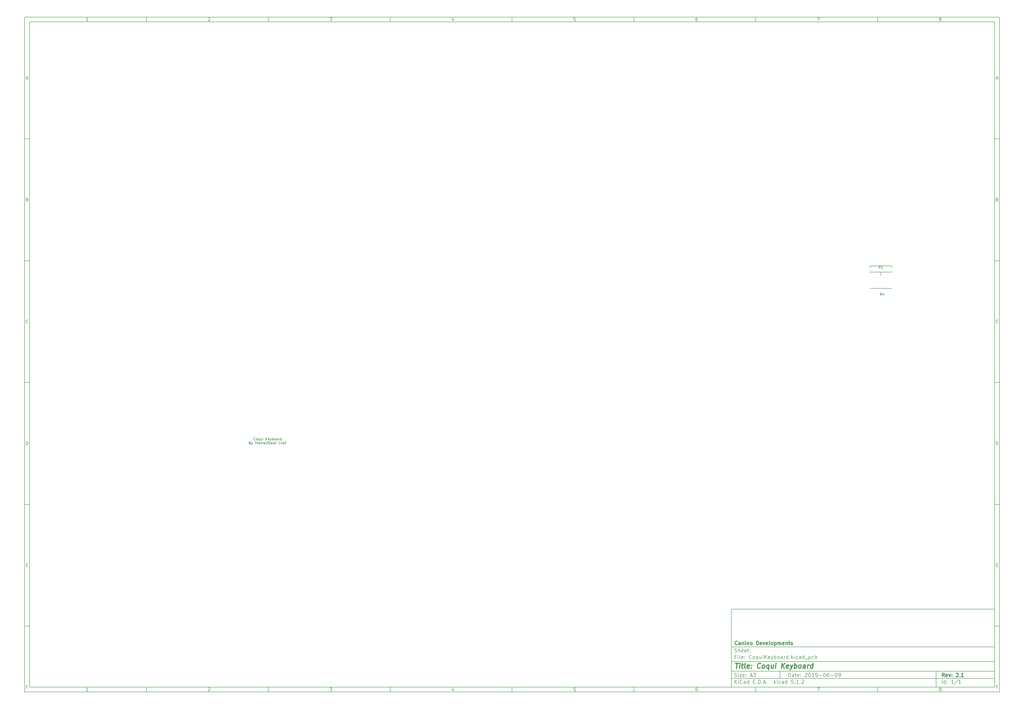
<source format=gto>
G04 #@! TF.GenerationSoftware,KiCad,Pcbnew,5.1.2*
G04 #@! TF.CreationDate,2019-06-12T21:28:34-04:00*
G04 #@! TF.ProjectId,CoquiKeyboard,436f7175-694b-4657-9962-6f6172642e6b,2.1*
G04 #@! TF.SameCoordinates,Original*
G04 #@! TF.FileFunction,Legend,Top*
G04 #@! TF.FilePolarity,Positive*
%FSLAX46Y46*%
G04 Gerber Fmt 4.6, Leading zero omitted, Abs format (unit mm)*
G04 Created by KiCad (PCBNEW 5.1.2) date 2019-06-12 21:28:34*
%MOMM*%
%LPD*%
G04 APERTURE LIST*
%ADD10C,0.100000*%
%ADD11C,0.150000*%
%ADD12C,0.300000*%
%ADD13C,0.400000*%
G04 APERTURE END LIST*
D10*
D11*
X299989000Y-253002200D02*
X299989000Y-285002200D01*
X407989000Y-285002200D01*
X407989000Y-253002200D01*
X299989000Y-253002200D01*
D10*
D11*
X10000000Y-10000000D02*
X10000000Y-287002200D01*
X409989000Y-287002200D01*
X409989000Y-10000000D01*
X10000000Y-10000000D01*
D10*
D11*
X12000000Y-12000000D02*
X12000000Y-285002200D01*
X407989000Y-285002200D01*
X407989000Y-12000000D01*
X12000000Y-12000000D01*
D10*
D11*
X60000000Y-12000000D02*
X60000000Y-10000000D01*
D10*
D11*
X110000000Y-12000000D02*
X110000000Y-10000000D01*
D10*
D11*
X160000000Y-12000000D02*
X160000000Y-10000000D01*
D10*
D11*
X210000000Y-12000000D02*
X210000000Y-10000000D01*
D10*
D11*
X260000000Y-12000000D02*
X260000000Y-10000000D01*
D10*
D11*
X310000000Y-12000000D02*
X310000000Y-10000000D01*
D10*
D11*
X360000000Y-12000000D02*
X360000000Y-10000000D01*
D10*
D11*
X36065476Y-11588095D02*
X35322619Y-11588095D01*
X35694047Y-11588095D02*
X35694047Y-10288095D01*
X35570238Y-10473809D01*
X35446428Y-10597619D01*
X35322619Y-10659523D01*
D10*
D11*
X85322619Y-10411904D02*
X85384523Y-10350000D01*
X85508333Y-10288095D01*
X85817857Y-10288095D01*
X85941666Y-10350000D01*
X86003571Y-10411904D01*
X86065476Y-10535714D01*
X86065476Y-10659523D01*
X86003571Y-10845238D01*
X85260714Y-11588095D01*
X86065476Y-11588095D01*
D10*
D11*
X135260714Y-10288095D02*
X136065476Y-10288095D01*
X135632142Y-10783333D01*
X135817857Y-10783333D01*
X135941666Y-10845238D01*
X136003571Y-10907142D01*
X136065476Y-11030952D01*
X136065476Y-11340476D01*
X136003571Y-11464285D01*
X135941666Y-11526190D01*
X135817857Y-11588095D01*
X135446428Y-11588095D01*
X135322619Y-11526190D01*
X135260714Y-11464285D01*
D10*
D11*
X185941666Y-10721428D02*
X185941666Y-11588095D01*
X185632142Y-10226190D02*
X185322619Y-11154761D01*
X186127380Y-11154761D01*
D10*
D11*
X236003571Y-10288095D02*
X235384523Y-10288095D01*
X235322619Y-10907142D01*
X235384523Y-10845238D01*
X235508333Y-10783333D01*
X235817857Y-10783333D01*
X235941666Y-10845238D01*
X236003571Y-10907142D01*
X236065476Y-11030952D01*
X236065476Y-11340476D01*
X236003571Y-11464285D01*
X235941666Y-11526190D01*
X235817857Y-11588095D01*
X235508333Y-11588095D01*
X235384523Y-11526190D01*
X235322619Y-11464285D01*
D10*
D11*
X285941666Y-10288095D02*
X285694047Y-10288095D01*
X285570238Y-10350000D01*
X285508333Y-10411904D01*
X285384523Y-10597619D01*
X285322619Y-10845238D01*
X285322619Y-11340476D01*
X285384523Y-11464285D01*
X285446428Y-11526190D01*
X285570238Y-11588095D01*
X285817857Y-11588095D01*
X285941666Y-11526190D01*
X286003571Y-11464285D01*
X286065476Y-11340476D01*
X286065476Y-11030952D01*
X286003571Y-10907142D01*
X285941666Y-10845238D01*
X285817857Y-10783333D01*
X285570238Y-10783333D01*
X285446428Y-10845238D01*
X285384523Y-10907142D01*
X285322619Y-11030952D01*
D10*
D11*
X335260714Y-10288095D02*
X336127380Y-10288095D01*
X335570238Y-11588095D01*
D10*
D11*
X385570238Y-10845238D02*
X385446428Y-10783333D01*
X385384523Y-10721428D01*
X385322619Y-10597619D01*
X385322619Y-10535714D01*
X385384523Y-10411904D01*
X385446428Y-10350000D01*
X385570238Y-10288095D01*
X385817857Y-10288095D01*
X385941666Y-10350000D01*
X386003571Y-10411904D01*
X386065476Y-10535714D01*
X386065476Y-10597619D01*
X386003571Y-10721428D01*
X385941666Y-10783333D01*
X385817857Y-10845238D01*
X385570238Y-10845238D01*
X385446428Y-10907142D01*
X385384523Y-10969047D01*
X385322619Y-11092857D01*
X385322619Y-11340476D01*
X385384523Y-11464285D01*
X385446428Y-11526190D01*
X385570238Y-11588095D01*
X385817857Y-11588095D01*
X385941666Y-11526190D01*
X386003571Y-11464285D01*
X386065476Y-11340476D01*
X386065476Y-11092857D01*
X386003571Y-10969047D01*
X385941666Y-10907142D01*
X385817857Y-10845238D01*
D10*
D11*
X60000000Y-285002200D02*
X60000000Y-287002200D01*
D10*
D11*
X110000000Y-285002200D02*
X110000000Y-287002200D01*
D10*
D11*
X160000000Y-285002200D02*
X160000000Y-287002200D01*
D10*
D11*
X210000000Y-285002200D02*
X210000000Y-287002200D01*
D10*
D11*
X260000000Y-285002200D02*
X260000000Y-287002200D01*
D10*
D11*
X310000000Y-285002200D02*
X310000000Y-287002200D01*
D10*
D11*
X360000000Y-285002200D02*
X360000000Y-287002200D01*
D10*
D11*
X36065476Y-286590295D02*
X35322619Y-286590295D01*
X35694047Y-286590295D02*
X35694047Y-285290295D01*
X35570238Y-285476009D01*
X35446428Y-285599819D01*
X35322619Y-285661723D01*
D10*
D11*
X85322619Y-285414104D02*
X85384523Y-285352200D01*
X85508333Y-285290295D01*
X85817857Y-285290295D01*
X85941666Y-285352200D01*
X86003571Y-285414104D01*
X86065476Y-285537914D01*
X86065476Y-285661723D01*
X86003571Y-285847438D01*
X85260714Y-286590295D01*
X86065476Y-286590295D01*
D10*
D11*
X135260714Y-285290295D02*
X136065476Y-285290295D01*
X135632142Y-285785533D01*
X135817857Y-285785533D01*
X135941666Y-285847438D01*
X136003571Y-285909342D01*
X136065476Y-286033152D01*
X136065476Y-286342676D01*
X136003571Y-286466485D01*
X135941666Y-286528390D01*
X135817857Y-286590295D01*
X135446428Y-286590295D01*
X135322619Y-286528390D01*
X135260714Y-286466485D01*
D10*
D11*
X185941666Y-285723628D02*
X185941666Y-286590295D01*
X185632142Y-285228390D02*
X185322619Y-286156961D01*
X186127380Y-286156961D01*
D10*
D11*
X236003571Y-285290295D02*
X235384523Y-285290295D01*
X235322619Y-285909342D01*
X235384523Y-285847438D01*
X235508333Y-285785533D01*
X235817857Y-285785533D01*
X235941666Y-285847438D01*
X236003571Y-285909342D01*
X236065476Y-286033152D01*
X236065476Y-286342676D01*
X236003571Y-286466485D01*
X235941666Y-286528390D01*
X235817857Y-286590295D01*
X235508333Y-286590295D01*
X235384523Y-286528390D01*
X235322619Y-286466485D01*
D10*
D11*
X285941666Y-285290295D02*
X285694047Y-285290295D01*
X285570238Y-285352200D01*
X285508333Y-285414104D01*
X285384523Y-285599819D01*
X285322619Y-285847438D01*
X285322619Y-286342676D01*
X285384523Y-286466485D01*
X285446428Y-286528390D01*
X285570238Y-286590295D01*
X285817857Y-286590295D01*
X285941666Y-286528390D01*
X286003571Y-286466485D01*
X286065476Y-286342676D01*
X286065476Y-286033152D01*
X286003571Y-285909342D01*
X285941666Y-285847438D01*
X285817857Y-285785533D01*
X285570238Y-285785533D01*
X285446428Y-285847438D01*
X285384523Y-285909342D01*
X285322619Y-286033152D01*
D10*
D11*
X335260714Y-285290295D02*
X336127380Y-285290295D01*
X335570238Y-286590295D01*
D10*
D11*
X385570238Y-285847438D02*
X385446428Y-285785533D01*
X385384523Y-285723628D01*
X385322619Y-285599819D01*
X385322619Y-285537914D01*
X385384523Y-285414104D01*
X385446428Y-285352200D01*
X385570238Y-285290295D01*
X385817857Y-285290295D01*
X385941666Y-285352200D01*
X386003571Y-285414104D01*
X386065476Y-285537914D01*
X386065476Y-285599819D01*
X386003571Y-285723628D01*
X385941666Y-285785533D01*
X385817857Y-285847438D01*
X385570238Y-285847438D01*
X385446428Y-285909342D01*
X385384523Y-285971247D01*
X385322619Y-286095057D01*
X385322619Y-286342676D01*
X385384523Y-286466485D01*
X385446428Y-286528390D01*
X385570238Y-286590295D01*
X385817857Y-286590295D01*
X385941666Y-286528390D01*
X386003571Y-286466485D01*
X386065476Y-286342676D01*
X386065476Y-286095057D01*
X386003571Y-285971247D01*
X385941666Y-285909342D01*
X385817857Y-285847438D01*
D10*
D11*
X10000000Y-60000000D02*
X12000000Y-60000000D01*
D10*
D11*
X10000000Y-110000000D02*
X12000000Y-110000000D01*
D10*
D11*
X10000000Y-160000000D02*
X12000000Y-160000000D01*
D10*
D11*
X10000000Y-210000000D02*
X12000000Y-210000000D01*
D10*
D11*
X10000000Y-260000000D02*
X12000000Y-260000000D01*
D10*
D11*
X10690476Y-35216666D02*
X11309523Y-35216666D01*
X10566666Y-35588095D02*
X11000000Y-34288095D01*
X11433333Y-35588095D01*
D10*
D11*
X11092857Y-84907142D02*
X11278571Y-84969047D01*
X11340476Y-85030952D01*
X11402380Y-85154761D01*
X11402380Y-85340476D01*
X11340476Y-85464285D01*
X11278571Y-85526190D01*
X11154761Y-85588095D01*
X10659523Y-85588095D01*
X10659523Y-84288095D01*
X11092857Y-84288095D01*
X11216666Y-84350000D01*
X11278571Y-84411904D01*
X11340476Y-84535714D01*
X11340476Y-84659523D01*
X11278571Y-84783333D01*
X11216666Y-84845238D01*
X11092857Y-84907142D01*
X10659523Y-84907142D01*
D10*
D11*
X11402380Y-135464285D02*
X11340476Y-135526190D01*
X11154761Y-135588095D01*
X11030952Y-135588095D01*
X10845238Y-135526190D01*
X10721428Y-135402380D01*
X10659523Y-135278571D01*
X10597619Y-135030952D01*
X10597619Y-134845238D01*
X10659523Y-134597619D01*
X10721428Y-134473809D01*
X10845238Y-134350000D01*
X11030952Y-134288095D01*
X11154761Y-134288095D01*
X11340476Y-134350000D01*
X11402380Y-134411904D01*
D10*
D11*
X10659523Y-185588095D02*
X10659523Y-184288095D01*
X10969047Y-184288095D01*
X11154761Y-184350000D01*
X11278571Y-184473809D01*
X11340476Y-184597619D01*
X11402380Y-184845238D01*
X11402380Y-185030952D01*
X11340476Y-185278571D01*
X11278571Y-185402380D01*
X11154761Y-185526190D01*
X10969047Y-185588095D01*
X10659523Y-185588095D01*
D10*
D11*
X10721428Y-234907142D02*
X11154761Y-234907142D01*
X11340476Y-235588095D02*
X10721428Y-235588095D01*
X10721428Y-234288095D01*
X11340476Y-234288095D01*
D10*
D11*
X11185714Y-284907142D02*
X10752380Y-284907142D01*
X10752380Y-285588095D02*
X10752380Y-284288095D01*
X11371428Y-284288095D01*
D10*
D11*
X409989000Y-60000000D02*
X407989000Y-60000000D01*
D10*
D11*
X409989000Y-110000000D02*
X407989000Y-110000000D01*
D10*
D11*
X409989000Y-160000000D02*
X407989000Y-160000000D01*
D10*
D11*
X409989000Y-210000000D02*
X407989000Y-210000000D01*
D10*
D11*
X409989000Y-260000000D02*
X407989000Y-260000000D01*
D10*
D11*
X408679476Y-35216666D02*
X409298523Y-35216666D01*
X408555666Y-35588095D02*
X408989000Y-34288095D01*
X409422333Y-35588095D01*
D10*
D11*
X409081857Y-84907142D02*
X409267571Y-84969047D01*
X409329476Y-85030952D01*
X409391380Y-85154761D01*
X409391380Y-85340476D01*
X409329476Y-85464285D01*
X409267571Y-85526190D01*
X409143761Y-85588095D01*
X408648523Y-85588095D01*
X408648523Y-84288095D01*
X409081857Y-84288095D01*
X409205666Y-84350000D01*
X409267571Y-84411904D01*
X409329476Y-84535714D01*
X409329476Y-84659523D01*
X409267571Y-84783333D01*
X409205666Y-84845238D01*
X409081857Y-84907142D01*
X408648523Y-84907142D01*
D10*
D11*
X409391380Y-135464285D02*
X409329476Y-135526190D01*
X409143761Y-135588095D01*
X409019952Y-135588095D01*
X408834238Y-135526190D01*
X408710428Y-135402380D01*
X408648523Y-135278571D01*
X408586619Y-135030952D01*
X408586619Y-134845238D01*
X408648523Y-134597619D01*
X408710428Y-134473809D01*
X408834238Y-134350000D01*
X409019952Y-134288095D01*
X409143761Y-134288095D01*
X409329476Y-134350000D01*
X409391380Y-134411904D01*
D10*
D11*
X408648523Y-185588095D02*
X408648523Y-184288095D01*
X408958047Y-184288095D01*
X409143761Y-184350000D01*
X409267571Y-184473809D01*
X409329476Y-184597619D01*
X409391380Y-184845238D01*
X409391380Y-185030952D01*
X409329476Y-185278571D01*
X409267571Y-185402380D01*
X409143761Y-185526190D01*
X408958047Y-185588095D01*
X408648523Y-185588095D01*
D10*
D11*
X408710428Y-234907142D02*
X409143761Y-234907142D01*
X409329476Y-235588095D02*
X408710428Y-235588095D01*
X408710428Y-234288095D01*
X409329476Y-234288095D01*
D10*
D11*
X409174714Y-284907142D02*
X408741380Y-284907142D01*
X408741380Y-285588095D02*
X408741380Y-284288095D01*
X409360428Y-284288095D01*
D10*
D11*
X323421142Y-280780771D02*
X323421142Y-279280771D01*
X323778285Y-279280771D01*
X323992571Y-279352200D01*
X324135428Y-279495057D01*
X324206857Y-279637914D01*
X324278285Y-279923628D01*
X324278285Y-280137914D01*
X324206857Y-280423628D01*
X324135428Y-280566485D01*
X323992571Y-280709342D01*
X323778285Y-280780771D01*
X323421142Y-280780771D01*
X325564000Y-280780771D02*
X325564000Y-279995057D01*
X325492571Y-279852200D01*
X325349714Y-279780771D01*
X325064000Y-279780771D01*
X324921142Y-279852200D01*
X325564000Y-280709342D02*
X325421142Y-280780771D01*
X325064000Y-280780771D01*
X324921142Y-280709342D01*
X324849714Y-280566485D01*
X324849714Y-280423628D01*
X324921142Y-280280771D01*
X325064000Y-280209342D01*
X325421142Y-280209342D01*
X325564000Y-280137914D01*
X326064000Y-279780771D02*
X326635428Y-279780771D01*
X326278285Y-279280771D02*
X326278285Y-280566485D01*
X326349714Y-280709342D01*
X326492571Y-280780771D01*
X326635428Y-280780771D01*
X327706857Y-280709342D02*
X327564000Y-280780771D01*
X327278285Y-280780771D01*
X327135428Y-280709342D01*
X327064000Y-280566485D01*
X327064000Y-279995057D01*
X327135428Y-279852200D01*
X327278285Y-279780771D01*
X327564000Y-279780771D01*
X327706857Y-279852200D01*
X327778285Y-279995057D01*
X327778285Y-280137914D01*
X327064000Y-280280771D01*
X328421142Y-280637914D02*
X328492571Y-280709342D01*
X328421142Y-280780771D01*
X328349714Y-280709342D01*
X328421142Y-280637914D01*
X328421142Y-280780771D01*
X328421142Y-279852200D02*
X328492571Y-279923628D01*
X328421142Y-279995057D01*
X328349714Y-279923628D01*
X328421142Y-279852200D01*
X328421142Y-279995057D01*
X330206857Y-279423628D02*
X330278285Y-279352200D01*
X330421142Y-279280771D01*
X330778285Y-279280771D01*
X330921142Y-279352200D01*
X330992571Y-279423628D01*
X331064000Y-279566485D01*
X331064000Y-279709342D01*
X330992571Y-279923628D01*
X330135428Y-280780771D01*
X331064000Y-280780771D01*
X331992571Y-279280771D02*
X332135428Y-279280771D01*
X332278285Y-279352200D01*
X332349714Y-279423628D01*
X332421142Y-279566485D01*
X332492571Y-279852200D01*
X332492571Y-280209342D01*
X332421142Y-280495057D01*
X332349714Y-280637914D01*
X332278285Y-280709342D01*
X332135428Y-280780771D01*
X331992571Y-280780771D01*
X331849714Y-280709342D01*
X331778285Y-280637914D01*
X331706857Y-280495057D01*
X331635428Y-280209342D01*
X331635428Y-279852200D01*
X331706857Y-279566485D01*
X331778285Y-279423628D01*
X331849714Y-279352200D01*
X331992571Y-279280771D01*
X333921142Y-280780771D02*
X333064000Y-280780771D01*
X333492571Y-280780771D02*
X333492571Y-279280771D01*
X333349714Y-279495057D01*
X333206857Y-279637914D01*
X333064000Y-279709342D01*
X334635428Y-280780771D02*
X334921142Y-280780771D01*
X335064000Y-280709342D01*
X335135428Y-280637914D01*
X335278285Y-280423628D01*
X335349714Y-280137914D01*
X335349714Y-279566485D01*
X335278285Y-279423628D01*
X335206857Y-279352200D01*
X335064000Y-279280771D01*
X334778285Y-279280771D01*
X334635428Y-279352200D01*
X334564000Y-279423628D01*
X334492571Y-279566485D01*
X334492571Y-279923628D01*
X334564000Y-280066485D01*
X334635428Y-280137914D01*
X334778285Y-280209342D01*
X335064000Y-280209342D01*
X335206857Y-280137914D01*
X335278285Y-280066485D01*
X335349714Y-279923628D01*
X335992571Y-280209342D02*
X337135428Y-280209342D01*
X338135428Y-279280771D02*
X338278285Y-279280771D01*
X338421142Y-279352200D01*
X338492571Y-279423628D01*
X338564000Y-279566485D01*
X338635428Y-279852200D01*
X338635428Y-280209342D01*
X338564000Y-280495057D01*
X338492571Y-280637914D01*
X338421142Y-280709342D01*
X338278285Y-280780771D01*
X338135428Y-280780771D01*
X337992571Y-280709342D01*
X337921142Y-280637914D01*
X337849714Y-280495057D01*
X337778285Y-280209342D01*
X337778285Y-279852200D01*
X337849714Y-279566485D01*
X337921142Y-279423628D01*
X337992571Y-279352200D01*
X338135428Y-279280771D01*
X339921142Y-279280771D02*
X339635428Y-279280771D01*
X339492571Y-279352200D01*
X339421142Y-279423628D01*
X339278285Y-279637914D01*
X339206857Y-279923628D01*
X339206857Y-280495057D01*
X339278285Y-280637914D01*
X339349714Y-280709342D01*
X339492571Y-280780771D01*
X339778285Y-280780771D01*
X339921142Y-280709342D01*
X339992571Y-280637914D01*
X340064000Y-280495057D01*
X340064000Y-280137914D01*
X339992571Y-279995057D01*
X339921142Y-279923628D01*
X339778285Y-279852200D01*
X339492571Y-279852200D01*
X339349714Y-279923628D01*
X339278285Y-279995057D01*
X339206857Y-280137914D01*
X340706857Y-280209342D02*
X341849714Y-280209342D01*
X342849714Y-279280771D02*
X342992571Y-279280771D01*
X343135428Y-279352200D01*
X343206857Y-279423628D01*
X343278285Y-279566485D01*
X343349714Y-279852200D01*
X343349714Y-280209342D01*
X343278285Y-280495057D01*
X343206857Y-280637914D01*
X343135428Y-280709342D01*
X342992571Y-280780771D01*
X342849714Y-280780771D01*
X342706857Y-280709342D01*
X342635428Y-280637914D01*
X342564000Y-280495057D01*
X342492571Y-280209342D01*
X342492571Y-279852200D01*
X342564000Y-279566485D01*
X342635428Y-279423628D01*
X342706857Y-279352200D01*
X342849714Y-279280771D01*
X344064000Y-280780771D02*
X344349714Y-280780771D01*
X344492571Y-280709342D01*
X344564000Y-280637914D01*
X344706857Y-280423628D01*
X344778285Y-280137914D01*
X344778285Y-279566485D01*
X344706857Y-279423628D01*
X344635428Y-279352200D01*
X344492571Y-279280771D01*
X344206857Y-279280771D01*
X344064000Y-279352200D01*
X343992571Y-279423628D01*
X343921142Y-279566485D01*
X343921142Y-279923628D01*
X343992571Y-280066485D01*
X344064000Y-280137914D01*
X344206857Y-280209342D01*
X344492571Y-280209342D01*
X344635428Y-280137914D01*
X344706857Y-280066485D01*
X344778285Y-279923628D01*
D10*
D11*
X299989000Y-281502200D02*
X407989000Y-281502200D01*
D10*
D11*
X301421142Y-283580771D02*
X301421142Y-282080771D01*
X302278285Y-283580771D02*
X301635428Y-282723628D01*
X302278285Y-282080771D02*
X301421142Y-282937914D01*
X302921142Y-283580771D02*
X302921142Y-282580771D01*
X302921142Y-282080771D02*
X302849714Y-282152200D01*
X302921142Y-282223628D01*
X302992571Y-282152200D01*
X302921142Y-282080771D01*
X302921142Y-282223628D01*
X304492571Y-283437914D02*
X304421142Y-283509342D01*
X304206857Y-283580771D01*
X304064000Y-283580771D01*
X303849714Y-283509342D01*
X303706857Y-283366485D01*
X303635428Y-283223628D01*
X303564000Y-282937914D01*
X303564000Y-282723628D01*
X303635428Y-282437914D01*
X303706857Y-282295057D01*
X303849714Y-282152200D01*
X304064000Y-282080771D01*
X304206857Y-282080771D01*
X304421142Y-282152200D01*
X304492571Y-282223628D01*
X305778285Y-283580771D02*
X305778285Y-282795057D01*
X305706857Y-282652200D01*
X305564000Y-282580771D01*
X305278285Y-282580771D01*
X305135428Y-282652200D01*
X305778285Y-283509342D02*
X305635428Y-283580771D01*
X305278285Y-283580771D01*
X305135428Y-283509342D01*
X305064000Y-283366485D01*
X305064000Y-283223628D01*
X305135428Y-283080771D01*
X305278285Y-283009342D01*
X305635428Y-283009342D01*
X305778285Y-282937914D01*
X307135428Y-283580771D02*
X307135428Y-282080771D01*
X307135428Y-283509342D02*
X306992571Y-283580771D01*
X306706857Y-283580771D01*
X306564000Y-283509342D01*
X306492571Y-283437914D01*
X306421142Y-283295057D01*
X306421142Y-282866485D01*
X306492571Y-282723628D01*
X306564000Y-282652200D01*
X306706857Y-282580771D01*
X306992571Y-282580771D01*
X307135428Y-282652200D01*
X308992571Y-282795057D02*
X309492571Y-282795057D01*
X309706857Y-283580771D02*
X308992571Y-283580771D01*
X308992571Y-282080771D01*
X309706857Y-282080771D01*
X310349714Y-283437914D02*
X310421142Y-283509342D01*
X310349714Y-283580771D01*
X310278285Y-283509342D01*
X310349714Y-283437914D01*
X310349714Y-283580771D01*
X311064000Y-283580771D02*
X311064000Y-282080771D01*
X311421142Y-282080771D01*
X311635428Y-282152200D01*
X311778285Y-282295057D01*
X311849714Y-282437914D01*
X311921142Y-282723628D01*
X311921142Y-282937914D01*
X311849714Y-283223628D01*
X311778285Y-283366485D01*
X311635428Y-283509342D01*
X311421142Y-283580771D01*
X311064000Y-283580771D01*
X312564000Y-283437914D02*
X312635428Y-283509342D01*
X312564000Y-283580771D01*
X312492571Y-283509342D01*
X312564000Y-283437914D01*
X312564000Y-283580771D01*
X313206857Y-283152200D02*
X313921142Y-283152200D01*
X313064000Y-283580771D02*
X313564000Y-282080771D01*
X314064000Y-283580771D01*
X314564000Y-283437914D02*
X314635428Y-283509342D01*
X314564000Y-283580771D01*
X314492571Y-283509342D01*
X314564000Y-283437914D01*
X314564000Y-283580771D01*
X317564000Y-283580771D02*
X317564000Y-282080771D01*
X317706857Y-283009342D02*
X318135428Y-283580771D01*
X318135428Y-282580771D02*
X317564000Y-283152200D01*
X318778285Y-283580771D02*
X318778285Y-282580771D01*
X318778285Y-282080771D02*
X318706857Y-282152200D01*
X318778285Y-282223628D01*
X318849714Y-282152200D01*
X318778285Y-282080771D01*
X318778285Y-282223628D01*
X320135428Y-283509342D02*
X319992571Y-283580771D01*
X319706857Y-283580771D01*
X319564000Y-283509342D01*
X319492571Y-283437914D01*
X319421142Y-283295057D01*
X319421142Y-282866485D01*
X319492571Y-282723628D01*
X319564000Y-282652200D01*
X319706857Y-282580771D01*
X319992571Y-282580771D01*
X320135428Y-282652200D01*
X321421142Y-283580771D02*
X321421142Y-282795057D01*
X321349714Y-282652200D01*
X321206857Y-282580771D01*
X320921142Y-282580771D01*
X320778285Y-282652200D01*
X321421142Y-283509342D02*
X321278285Y-283580771D01*
X320921142Y-283580771D01*
X320778285Y-283509342D01*
X320706857Y-283366485D01*
X320706857Y-283223628D01*
X320778285Y-283080771D01*
X320921142Y-283009342D01*
X321278285Y-283009342D01*
X321421142Y-282937914D01*
X322778285Y-283580771D02*
X322778285Y-282080771D01*
X322778285Y-283509342D02*
X322635428Y-283580771D01*
X322349714Y-283580771D01*
X322206857Y-283509342D01*
X322135428Y-283437914D01*
X322064000Y-283295057D01*
X322064000Y-282866485D01*
X322135428Y-282723628D01*
X322206857Y-282652200D01*
X322349714Y-282580771D01*
X322635428Y-282580771D01*
X322778285Y-282652200D01*
X325349714Y-282080771D02*
X324635428Y-282080771D01*
X324564000Y-282795057D01*
X324635428Y-282723628D01*
X324778285Y-282652200D01*
X325135428Y-282652200D01*
X325278285Y-282723628D01*
X325349714Y-282795057D01*
X325421142Y-282937914D01*
X325421142Y-283295057D01*
X325349714Y-283437914D01*
X325278285Y-283509342D01*
X325135428Y-283580771D01*
X324778285Y-283580771D01*
X324635428Y-283509342D01*
X324564000Y-283437914D01*
X326064000Y-283437914D02*
X326135428Y-283509342D01*
X326064000Y-283580771D01*
X325992571Y-283509342D01*
X326064000Y-283437914D01*
X326064000Y-283580771D01*
X327564000Y-283580771D02*
X326706857Y-283580771D01*
X327135428Y-283580771D02*
X327135428Y-282080771D01*
X326992571Y-282295057D01*
X326849714Y-282437914D01*
X326706857Y-282509342D01*
X328206857Y-283437914D02*
X328278285Y-283509342D01*
X328206857Y-283580771D01*
X328135428Y-283509342D01*
X328206857Y-283437914D01*
X328206857Y-283580771D01*
X328849714Y-282223628D02*
X328921142Y-282152200D01*
X329064000Y-282080771D01*
X329421142Y-282080771D01*
X329564000Y-282152200D01*
X329635428Y-282223628D01*
X329706857Y-282366485D01*
X329706857Y-282509342D01*
X329635428Y-282723628D01*
X328778285Y-283580771D01*
X329706857Y-283580771D01*
D10*
D11*
X299989000Y-278502200D02*
X407989000Y-278502200D01*
D10*
D12*
X387398285Y-280780771D02*
X386898285Y-280066485D01*
X386541142Y-280780771D02*
X386541142Y-279280771D01*
X387112571Y-279280771D01*
X387255428Y-279352200D01*
X387326857Y-279423628D01*
X387398285Y-279566485D01*
X387398285Y-279780771D01*
X387326857Y-279923628D01*
X387255428Y-279995057D01*
X387112571Y-280066485D01*
X386541142Y-280066485D01*
X388612571Y-280709342D02*
X388469714Y-280780771D01*
X388184000Y-280780771D01*
X388041142Y-280709342D01*
X387969714Y-280566485D01*
X387969714Y-279995057D01*
X388041142Y-279852200D01*
X388184000Y-279780771D01*
X388469714Y-279780771D01*
X388612571Y-279852200D01*
X388684000Y-279995057D01*
X388684000Y-280137914D01*
X387969714Y-280280771D01*
X389184000Y-279780771D02*
X389541142Y-280780771D01*
X389898285Y-279780771D01*
X390469714Y-280637914D02*
X390541142Y-280709342D01*
X390469714Y-280780771D01*
X390398285Y-280709342D01*
X390469714Y-280637914D01*
X390469714Y-280780771D01*
X390469714Y-279852200D02*
X390541142Y-279923628D01*
X390469714Y-279995057D01*
X390398285Y-279923628D01*
X390469714Y-279852200D01*
X390469714Y-279995057D01*
X392255428Y-279423628D02*
X392326857Y-279352200D01*
X392469714Y-279280771D01*
X392826857Y-279280771D01*
X392969714Y-279352200D01*
X393041142Y-279423628D01*
X393112571Y-279566485D01*
X393112571Y-279709342D01*
X393041142Y-279923628D01*
X392184000Y-280780771D01*
X393112571Y-280780771D01*
X393755428Y-280637914D02*
X393826857Y-280709342D01*
X393755428Y-280780771D01*
X393684000Y-280709342D01*
X393755428Y-280637914D01*
X393755428Y-280780771D01*
X395255428Y-280780771D02*
X394398285Y-280780771D01*
X394826857Y-280780771D02*
X394826857Y-279280771D01*
X394684000Y-279495057D01*
X394541142Y-279637914D01*
X394398285Y-279709342D01*
D10*
D11*
X301349714Y-280709342D02*
X301564000Y-280780771D01*
X301921142Y-280780771D01*
X302064000Y-280709342D01*
X302135428Y-280637914D01*
X302206857Y-280495057D01*
X302206857Y-280352200D01*
X302135428Y-280209342D01*
X302064000Y-280137914D01*
X301921142Y-280066485D01*
X301635428Y-279995057D01*
X301492571Y-279923628D01*
X301421142Y-279852200D01*
X301349714Y-279709342D01*
X301349714Y-279566485D01*
X301421142Y-279423628D01*
X301492571Y-279352200D01*
X301635428Y-279280771D01*
X301992571Y-279280771D01*
X302206857Y-279352200D01*
X302849714Y-280780771D02*
X302849714Y-279780771D01*
X302849714Y-279280771D02*
X302778285Y-279352200D01*
X302849714Y-279423628D01*
X302921142Y-279352200D01*
X302849714Y-279280771D01*
X302849714Y-279423628D01*
X303421142Y-279780771D02*
X304206857Y-279780771D01*
X303421142Y-280780771D01*
X304206857Y-280780771D01*
X305349714Y-280709342D02*
X305206857Y-280780771D01*
X304921142Y-280780771D01*
X304778285Y-280709342D01*
X304706857Y-280566485D01*
X304706857Y-279995057D01*
X304778285Y-279852200D01*
X304921142Y-279780771D01*
X305206857Y-279780771D01*
X305349714Y-279852200D01*
X305421142Y-279995057D01*
X305421142Y-280137914D01*
X304706857Y-280280771D01*
X306064000Y-280637914D02*
X306135428Y-280709342D01*
X306064000Y-280780771D01*
X305992571Y-280709342D01*
X306064000Y-280637914D01*
X306064000Y-280780771D01*
X306064000Y-279852200D02*
X306135428Y-279923628D01*
X306064000Y-279995057D01*
X305992571Y-279923628D01*
X306064000Y-279852200D01*
X306064000Y-279995057D01*
X307849714Y-280352200D02*
X308564000Y-280352200D01*
X307706857Y-280780771D02*
X308206857Y-279280771D01*
X308706857Y-280780771D01*
X309064000Y-279280771D02*
X309992571Y-279280771D01*
X309492571Y-279852200D01*
X309706857Y-279852200D01*
X309849714Y-279923628D01*
X309921142Y-279995057D01*
X309992571Y-280137914D01*
X309992571Y-280495057D01*
X309921142Y-280637914D01*
X309849714Y-280709342D01*
X309706857Y-280780771D01*
X309278285Y-280780771D01*
X309135428Y-280709342D01*
X309064000Y-280637914D01*
D10*
D11*
X386421142Y-283580771D02*
X386421142Y-282080771D01*
X387778285Y-283580771D02*
X387778285Y-282080771D01*
X387778285Y-283509342D02*
X387635428Y-283580771D01*
X387349714Y-283580771D01*
X387206857Y-283509342D01*
X387135428Y-283437914D01*
X387064000Y-283295057D01*
X387064000Y-282866485D01*
X387135428Y-282723628D01*
X387206857Y-282652200D01*
X387349714Y-282580771D01*
X387635428Y-282580771D01*
X387778285Y-282652200D01*
X388492571Y-283437914D02*
X388564000Y-283509342D01*
X388492571Y-283580771D01*
X388421142Y-283509342D01*
X388492571Y-283437914D01*
X388492571Y-283580771D01*
X388492571Y-282652200D02*
X388564000Y-282723628D01*
X388492571Y-282795057D01*
X388421142Y-282723628D01*
X388492571Y-282652200D01*
X388492571Y-282795057D01*
X391135428Y-283580771D02*
X390278285Y-283580771D01*
X390706857Y-283580771D02*
X390706857Y-282080771D01*
X390564000Y-282295057D01*
X390421142Y-282437914D01*
X390278285Y-282509342D01*
X392849714Y-282009342D02*
X391564000Y-283937914D01*
X394135428Y-283580771D02*
X393278285Y-283580771D01*
X393706857Y-283580771D02*
X393706857Y-282080771D01*
X393564000Y-282295057D01*
X393421142Y-282437914D01*
X393278285Y-282509342D01*
D10*
D11*
X299989000Y-274502200D02*
X407989000Y-274502200D01*
D10*
D13*
X301701380Y-275206961D02*
X302844238Y-275206961D01*
X302022809Y-277206961D02*
X302272809Y-275206961D01*
X303260904Y-277206961D02*
X303427571Y-275873628D01*
X303510904Y-275206961D02*
X303403761Y-275302200D01*
X303487095Y-275397438D01*
X303594238Y-275302200D01*
X303510904Y-275206961D01*
X303487095Y-275397438D01*
X304094238Y-275873628D02*
X304856142Y-275873628D01*
X304463285Y-275206961D02*
X304249000Y-276921247D01*
X304320428Y-277111723D01*
X304499000Y-277206961D01*
X304689476Y-277206961D01*
X305641857Y-277206961D02*
X305463285Y-277111723D01*
X305391857Y-276921247D01*
X305606142Y-275206961D01*
X307177571Y-277111723D02*
X306975190Y-277206961D01*
X306594238Y-277206961D01*
X306415666Y-277111723D01*
X306344238Y-276921247D01*
X306439476Y-276159342D01*
X306558523Y-275968866D01*
X306760904Y-275873628D01*
X307141857Y-275873628D01*
X307320428Y-275968866D01*
X307391857Y-276159342D01*
X307368047Y-276349819D01*
X306391857Y-276540295D01*
X308141857Y-277016485D02*
X308225190Y-277111723D01*
X308118047Y-277206961D01*
X308034714Y-277111723D01*
X308141857Y-277016485D01*
X308118047Y-277206961D01*
X308272809Y-275968866D02*
X308356142Y-276064104D01*
X308249000Y-276159342D01*
X308165666Y-276064104D01*
X308272809Y-275968866D01*
X308249000Y-276159342D01*
X311760904Y-277016485D02*
X311653761Y-277111723D01*
X311356142Y-277206961D01*
X311165666Y-277206961D01*
X310891857Y-277111723D01*
X310725190Y-276921247D01*
X310653761Y-276730771D01*
X310606142Y-276349819D01*
X310641857Y-276064104D01*
X310784714Y-275683152D01*
X310903761Y-275492676D01*
X311118047Y-275302200D01*
X311415666Y-275206961D01*
X311606142Y-275206961D01*
X311879952Y-275302200D01*
X311963285Y-275397438D01*
X312879952Y-277206961D02*
X312701380Y-277111723D01*
X312618047Y-277016485D01*
X312546619Y-276826009D01*
X312618047Y-276254580D01*
X312737095Y-276064104D01*
X312844238Y-275968866D01*
X313046619Y-275873628D01*
X313332333Y-275873628D01*
X313510904Y-275968866D01*
X313594238Y-276064104D01*
X313665666Y-276254580D01*
X313594238Y-276826009D01*
X313475190Y-277016485D01*
X313368047Y-277111723D01*
X313165666Y-277206961D01*
X312879952Y-277206961D01*
X315427571Y-275873628D02*
X315177571Y-277873628D01*
X315272809Y-277111723D02*
X315070428Y-277206961D01*
X314689476Y-277206961D01*
X314510904Y-277111723D01*
X314427571Y-277016485D01*
X314356142Y-276826009D01*
X314427571Y-276254580D01*
X314546619Y-276064104D01*
X314653761Y-275968866D01*
X314856142Y-275873628D01*
X315237095Y-275873628D01*
X315415666Y-275968866D01*
X317237095Y-275873628D02*
X317070428Y-277206961D01*
X316379952Y-275873628D02*
X316249000Y-276921247D01*
X316320428Y-277111723D01*
X316499000Y-277206961D01*
X316784714Y-277206961D01*
X316987095Y-277111723D01*
X317094238Y-277016485D01*
X318022809Y-277206961D02*
X318189476Y-275873628D01*
X318272809Y-275206961D02*
X318165666Y-275302200D01*
X318249000Y-275397438D01*
X318356142Y-275302200D01*
X318272809Y-275206961D01*
X318249000Y-275397438D01*
X320499000Y-277206961D02*
X320749000Y-275206961D01*
X321641857Y-277206961D02*
X320927571Y-276064104D01*
X321891857Y-275206961D02*
X320606142Y-276349819D01*
X323272809Y-277111723D02*
X323070428Y-277206961D01*
X322689476Y-277206961D01*
X322510904Y-277111723D01*
X322439476Y-276921247D01*
X322534714Y-276159342D01*
X322653761Y-275968866D01*
X322856142Y-275873628D01*
X323237095Y-275873628D01*
X323415666Y-275968866D01*
X323487095Y-276159342D01*
X323463285Y-276349819D01*
X322487095Y-276540295D01*
X324189476Y-275873628D02*
X324499000Y-277206961D01*
X325141857Y-275873628D02*
X324499000Y-277206961D01*
X324249000Y-277683152D01*
X324141857Y-277778390D01*
X323939476Y-277873628D01*
X325737095Y-277206961D02*
X325987095Y-275206961D01*
X325891857Y-275968866D02*
X326094238Y-275873628D01*
X326475190Y-275873628D01*
X326653761Y-275968866D01*
X326737095Y-276064104D01*
X326808523Y-276254580D01*
X326737095Y-276826009D01*
X326618047Y-277016485D01*
X326510904Y-277111723D01*
X326308523Y-277206961D01*
X325927571Y-277206961D01*
X325749000Y-277111723D01*
X327832333Y-277206961D02*
X327653761Y-277111723D01*
X327570428Y-277016485D01*
X327499000Y-276826009D01*
X327570428Y-276254580D01*
X327689476Y-276064104D01*
X327796619Y-275968866D01*
X327999000Y-275873628D01*
X328284714Y-275873628D01*
X328463285Y-275968866D01*
X328546619Y-276064104D01*
X328618047Y-276254580D01*
X328546619Y-276826009D01*
X328427571Y-277016485D01*
X328320428Y-277111723D01*
X328118047Y-277206961D01*
X327832333Y-277206961D01*
X330213285Y-277206961D02*
X330344238Y-276159342D01*
X330272809Y-275968866D01*
X330094238Y-275873628D01*
X329713285Y-275873628D01*
X329510904Y-275968866D01*
X330225190Y-277111723D02*
X330022809Y-277206961D01*
X329546619Y-277206961D01*
X329368047Y-277111723D01*
X329296619Y-276921247D01*
X329320428Y-276730771D01*
X329439476Y-276540295D01*
X329641857Y-276445057D01*
X330118047Y-276445057D01*
X330320428Y-276349819D01*
X331165666Y-277206961D02*
X331332333Y-275873628D01*
X331284714Y-276254580D02*
X331403761Y-276064104D01*
X331510904Y-275968866D01*
X331713285Y-275873628D01*
X331903761Y-275873628D01*
X333260904Y-277206961D02*
X333510904Y-275206961D01*
X333272809Y-277111723D02*
X333070428Y-277206961D01*
X332689476Y-277206961D01*
X332510904Y-277111723D01*
X332427571Y-277016485D01*
X332356142Y-276826009D01*
X332427571Y-276254580D01*
X332546619Y-276064104D01*
X332653761Y-275968866D01*
X332856142Y-275873628D01*
X333237095Y-275873628D01*
X333415666Y-275968866D01*
D10*
D11*
X301921142Y-272595057D02*
X301421142Y-272595057D01*
X301421142Y-273380771D02*
X301421142Y-271880771D01*
X302135428Y-271880771D01*
X302706857Y-273380771D02*
X302706857Y-272380771D01*
X302706857Y-271880771D02*
X302635428Y-271952200D01*
X302706857Y-272023628D01*
X302778285Y-271952200D01*
X302706857Y-271880771D01*
X302706857Y-272023628D01*
X303635428Y-273380771D02*
X303492571Y-273309342D01*
X303421142Y-273166485D01*
X303421142Y-271880771D01*
X304778285Y-273309342D02*
X304635428Y-273380771D01*
X304349714Y-273380771D01*
X304206857Y-273309342D01*
X304135428Y-273166485D01*
X304135428Y-272595057D01*
X304206857Y-272452200D01*
X304349714Y-272380771D01*
X304635428Y-272380771D01*
X304778285Y-272452200D01*
X304849714Y-272595057D01*
X304849714Y-272737914D01*
X304135428Y-272880771D01*
X305492571Y-273237914D02*
X305564000Y-273309342D01*
X305492571Y-273380771D01*
X305421142Y-273309342D01*
X305492571Y-273237914D01*
X305492571Y-273380771D01*
X305492571Y-272452200D02*
X305564000Y-272523628D01*
X305492571Y-272595057D01*
X305421142Y-272523628D01*
X305492571Y-272452200D01*
X305492571Y-272595057D01*
X308206857Y-273237914D02*
X308135428Y-273309342D01*
X307921142Y-273380771D01*
X307778285Y-273380771D01*
X307564000Y-273309342D01*
X307421142Y-273166485D01*
X307349714Y-273023628D01*
X307278285Y-272737914D01*
X307278285Y-272523628D01*
X307349714Y-272237914D01*
X307421142Y-272095057D01*
X307564000Y-271952200D01*
X307778285Y-271880771D01*
X307921142Y-271880771D01*
X308135428Y-271952200D01*
X308206857Y-272023628D01*
X309064000Y-273380771D02*
X308921142Y-273309342D01*
X308849714Y-273237914D01*
X308778285Y-273095057D01*
X308778285Y-272666485D01*
X308849714Y-272523628D01*
X308921142Y-272452200D01*
X309064000Y-272380771D01*
X309278285Y-272380771D01*
X309421142Y-272452200D01*
X309492571Y-272523628D01*
X309564000Y-272666485D01*
X309564000Y-273095057D01*
X309492571Y-273237914D01*
X309421142Y-273309342D01*
X309278285Y-273380771D01*
X309064000Y-273380771D01*
X310849714Y-272380771D02*
X310849714Y-273880771D01*
X310849714Y-273309342D02*
X310706857Y-273380771D01*
X310421142Y-273380771D01*
X310278285Y-273309342D01*
X310206857Y-273237914D01*
X310135428Y-273095057D01*
X310135428Y-272666485D01*
X310206857Y-272523628D01*
X310278285Y-272452200D01*
X310421142Y-272380771D01*
X310706857Y-272380771D01*
X310849714Y-272452200D01*
X312206857Y-272380771D02*
X312206857Y-273380771D01*
X311564000Y-272380771D02*
X311564000Y-273166485D01*
X311635428Y-273309342D01*
X311778285Y-273380771D01*
X311992571Y-273380771D01*
X312135428Y-273309342D01*
X312206857Y-273237914D01*
X312921142Y-273380771D02*
X312921142Y-272380771D01*
X312921142Y-271880771D02*
X312849714Y-271952200D01*
X312921142Y-272023628D01*
X312992571Y-271952200D01*
X312921142Y-271880771D01*
X312921142Y-272023628D01*
X313635428Y-273380771D02*
X313635428Y-271880771D01*
X314492571Y-273380771D02*
X313849714Y-272523628D01*
X314492571Y-271880771D02*
X313635428Y-272737914D01*
X315706857Y-273309342D02*
X315564000Y-273380771D01*
X315278285Y-273380771D01*
X315135428Y-273309342D01*
X315064000Y-273166485D01*
X315064000Y-272595057D01*
X315135428Y-272452200D01*
X315278285Y-272380771D01*
X315564000Y-272380771D01*
X315706857Y-272452200D01*
X315778285Y-272595057D01*
X315778285Y-272737914D01*
X315064000Y-272880771D01*
X316278285Y-272380771D02*
X316635428Y-273380771D01*
X316992571Y-272380771D02*
X316635428Y-273380771D01*
X316492571Y-273737914D01*
X316421142Y-273809342D01*
X316278285Y-273880771D01*
X317564000Y-273380771D02*
X317564000Y-271880771D01*
X317564000Y-272452200D02*
X317706857Y-272380771D01*
X317992571Y-272380771D01*
X318135428Y-272452200D01*
X318206857Y-272523628D01*
X318278285Y-272666485D01*
X318278285Y-273095057D01*
X318206857Y-273237914D01*
X318135428Y-273309342D01*
X317992571Y-273380771D01*
X317706857Y-273380771D01*
X317564000Y-273309342D01*
X319135428Y-273380771D02*
X318992571Y-273309342D01*
X318921142Y-273237914D01*
X318849714Y-273095057D01*
X318849714Y-272666485D01*
X318921142Y-272523628D01*
X318992571Y-272452200D01*
X319135428Y-272380771D01*
X319349714Y-272380771D01*
X319492571Y-272452200D01*
X319564000Y-272523628D01*
X319635428Y-272666485D01*
X319635428Y-273095057D01*
X319564000Y-273237914D01*
X319492571Y-273309342D01*
X319349714Y-273380771D01*
X319135428Y-273380771D01*
X320921142Y-273380771D02*
X320921142Y-272595057D01*
X320849714Y-272452200D01*
X320706857Y-272380771D01*
X320421142Y-272380771D01*
X320278285Y-272452200D01*
X320921142Y-273309342D02*
X320778285Y-273380771D01*
X320421142Y-273380771D01*
X320278285Y-273309342D01*
X320206857Y-273166485D01*
X320206857Y-273023628D01*
X320278285Y-272880771D01*
X320421142Y-272809342D01*
X320778285Y-272809342D01*
X320921142Y-272737914D01*
X321635428Y-273380771D02*
X321635428Y-272380771D01*
X321635428Y-272666485D02*
X321706857Y-272523628D01*
X321778285Y-272452200D01*
X321921142Y-272380771D01*
X322064000Y-272380771D01*
X323206857Y-273380771D02*
X323206857Y-271880771D01*
X323206857Y-273309342D02*
X323064000Y-273380771D01*
X322778285Y-273380771D01*
X322635428Y-273309342D01*
X322564000Y-273237914D01*
X322492571Y-273095057D01*
X322492571Y-272666485D01*
X322564000Y-272523628D01*
X322635428Y-272452200D01*
X322778285Y-272380771D01*
X323064000Y-272380771D01*
X323206857Y-272452200D01*
X323921142Y-273237914D02*
X323992571Y-273309342D01*
X323921142Y-273380771D01*
X323849714Y-273309342D01*
X323921142Y-273237914D01*
X323921142Y-273380771D01*
X324635428Y-273380771D02*
X324635428Y-271880771D01*
X324778285Y-272809342D02*
X325206857Y-273380771D01*
X325206857Y-272380771D02*
X324635428Y-272952200D01*
X325849714Y-273380771D02*
X325849714Y-272380771D01*
X325849714Y-271880771D02*
X325778285Y-271952200D01*
X325849714Y-272023628D01*
X325921142Y-271952200D01*
X325849714Y-271880771D01*
X325849714Y-272023628D01*
X327206857Y-273309342D02*
X327064000Y-273380771D01*
X326778285Y-273380771D01*
X326635428Y-273309342D01*
X326564000Y-273237914D01*
X326492571Y-273095057D01*
X326492571Y-272666485D01*
X326564000Y-272523628D01*
X326635428Y-272452200D01*
X326778285Y-272380771D01*
X327064000Y-272380771D01*
X327206857Y-272452200D01*
X328492571Y-273380771D02*
X328492571Y-272595057D01*
X328421142Y-272452200D01*
X328278285Y-272380771D01*
X327992571Y-272380771D01*
X327849714Y-272452200D01*
X328492571Y-273309342D02*
X328349714Y-273380771D01*
X327992571Y-273380771D01*
X327849714Y-273309342D01*
X327778285Y-273166485D01*
X327778285Y-273023628D01*
X327849714Y-272880771D01*
X327992571Y-272809342D01*
X328349714Y-272809342D01*
X328492571Y-272737914D01*
X329849714Y-273380771D02*
X329849714Y-271880771D01*
X329849714Y-273309342D02*
X329706857Y-273380771D01*
X329421142Y-273380771D01*
X329278285Y-273309342D01*
X329206857Y-273237914D01*
X329135428Y-273095057D01*
X329135428Y-272666485D01*
X329206857Y-272523628D01*
X329278285Y-272452200D01*
X329421142Y-272380771D01*
X329706857Y-272380771D01*
X329849714Y-272452200D01*
X330206857Y-273523628D02*
X331349714Y-273523628D01*
X331706857Y-272380771D02*
X331706857Y-273880771D01*
X331706857Y-272452200D02*
X331849714Y-272380771D01*
X332135428Y-272380771D01*
X332278285Y-272452200D01*
X332349714Y-272523628D01*
X332421142Y-272666485D01*
X332421142Y-273095057D01*
X332349714Y-273237914D01*
X332278285Y-273309342D01*
X332135428Y-273380771D01*
X331849714Y-273380771D01*
X331706857Y-273309342D01*
X333706857Y-273309342D02*
X333564000Y-273380771D01*
X333278285Y-273380771D01*
X333135428Y-273309342D01*
X333064000Y-273237914D01*
X332992571Y-273095057D01*
X332992571Y-272666485D01*
X333064000Y-272523628D01*
X333135428Y-272452200D01*
X333278285Y-272380771D01*
X333564000Y-272380771D01*
X333706857Y-272452200D01*
X334349714Y-273380771D02*
X334349714Y-271880771D01*
X334349714Y-272452200D02*
X334492571Y-272380771D01*
X334778285Y-272380771D01*
X334921142Y-272452200D01*
X334992571Y-272523628D01*
X335064000Y-272666485D01*
X335064000Y-273095057D01*
X334992571Y-273237914D01*
X334921142Y-273309342D01*
X334778285Y-273380771D01*
X334492571Y-273380771D01*
X334349714Y-273309342D01*
D10*
D11*
X299989000Y-268502200D02*
X407989000Y-268502200D01*
D10*
D11*
X301349714Y-270609342D02*
X301564000Y-270680771D01*
X301921142Y-270680771D01*
X302064000Y-270609342D01*
X302135428Y-270537914D01*
X302206857Y-270395057D01*
X302206857Y-270252200D01*
X302135428Y-270109342D01*
X302064000Y-270037914D01*
X301921142Y-269966485D01*
X301635428Y-269895057D01*
X301492571Y-269823628D01*
X301421142Y-269752200D01*
X301349714Y-269609342D01*
X301349714Y-269466485D01*
X301421142Y-269323628D01*
X301492571Y-269252200D01*
X301635428Y-269180771D01*
X301992571Y-269180771D01*
X302206857Y-269252200D01*
X302849714Y-270680771D02*
X302849714Y-269180771D01*
X303492571Y-270680771D02*
X303492571Y-269895057D01*
X303421142Y-269752200D01*
X303278285Y-269680771D01*
X303064000Y-269680771D01*
X302921142Y-269752200D01*
X302849714Y-269823628D01*
X304778285Y-270609342D02*
X304635428Y-270680771D01*
X304349714Y-270680771D01*
X304206857Y-270609342D01*
X304135428Y-270466485D01*
X304135428Y-269895057D01*
X304206857Y-269752200D01*
X304349714Y-269680771D01*
X304635428Y-269680771D01*
X304778285Y-269752200D01*
X304849714Y-269895057D01*
X304849714Y-270037914D01*
X304135428Y-270180771D01*
X306064000Y-270609342D02*
X305921142Y-270680771D01*
X305635428Y-270680771D01*
X305492571Y-270609342D01*
X305421142Y-270466485D01*
X305421142Y-269895057D01*
X305492571Y-269752200D01*
X305635428Y-269680771D01*
X305921142Y-269680771D01*
X306064000Y-269752200D01*
X306135428Y-269895057D01*
X306135428Y-270037914D01*
X305421142Y-270180771D01*
X306564000Y-269680771D02*
X307135428Y-269680771D01*
X306778285Y-269180771D02*
X306778285Y-270466485D01*
X306849714Y-270609342D01*
X306992571Y-270680771D01*
X307135428Y-270680771D01*
X307635428Y-270537914D02*
X307706857Y-270609342D01*
X307635428Y-270680771D01*
X307564000Y-270609342D01*
X307635428Y-270537914D01*
X307635428Y-270680771D01*
X307635428Y-269752200D02*
X307706857Y-269823628D01*
X307635428Y-269895057D01*
X307564000Y-269823628D01*
X307635428Y-269752200D01*
X307635428Y-269895057D01*
D10*
D12*
X302398285Y-267537914D02*
X302326857Y-267609342D01*
X302112571Y-267680771D01*
X301969714Y-267680771D01*
X301755428Y-267609342D01*
X301612571Y-267466485D01*
X301541142Y-267323628D01*
X301469714Y-267037914D01*
X301469714Y-266823628D01*
X301541142Y-266537914D01*
X301612571Y-266395057D01*
X301755428Y-266252200D01*
X301969714Y-266180771D01*
X302112571Y-266180771D01*
X302326857Y-266252200D01*
X302398285Y-266323628D01*
X303684000Y-267680771D02*
X303684000Y-266895057D01*
X303612571Y-266752200D01*
X303469714Y-266680771D01*
X303184000Y-266680771D01*
X303041142Y-266752200D01*
X303684000Y-267609342D02*
X303541142Y-267680771D01*
X303184000Y-267680771D01*
X303041142Y-267609342D01*
X302969714Y-267466485D01*
X302969714Y-267323628D01*
X303041142Y-267180771D01*
X303184000Y-267109342D01*
X303541142Y-267109342D01*
X303684000Y-267037914D01*
X304398285Y-266680771D02*
X304398285Y-267680771D01*
X304398285Y-266823628D02*
X304469714Y-266752200D01*
X304612571Y-266680771D01*
X304826857Y-266680771D01*
X304969714Y-266752200D01*
X305041142Y-266895057D01*
X305041142Y-267680771D01*
X305755428Y-267680771D02*
X305755428Y-266680771D01*
X305755428Y-266180771D02*
X305684000Y-266252200D01*
X305755428Y-266323628D01*
X305826857Y-266252200D01*
X305755428Y-266180771D01*
X305755428Y-266323628D01*
X306469714Y-266680771D02*
X306469714Y-267680771D01*
X306469714Y-266823628D02*
X306541142Y-266752200D01*
X306684000Y-266680771D01*
X306898285Y-266680771D01*
X307041142Y-266752200D01*
X307112571Y-266895057D01*
X307112571Y-267680771D01*
X308041142Y-267680771D02*
X307898285Y-267609342D01*
X307826857Y-267537914D01*
X307755428Y-267395057D01*
X307755428Y-266966485D01*
X307826857Y-266823628D01*
X307898285Y-266752200D01*
X308041142Y-266680771D01*
X308255428Y-266680771D01*
X308398285Y-266752200D01*
X308469714Y-266823628D01*
X308541142Y-266966485D01*
X308541142Y-267395057D01*
X308469714Y-267537914D01*
X308398285Y-267609342D01*
X308255428Y-267680771D01*
X308041142Y-267680771D01*
X310326857Y-267680771D02*
X310326857Y-266180771D01*
X310684000Y-266180771D01*
X310898285Y-266252200D01*
X311041142Y-266395057D01*
X311112571Y-266537914D01*
X311184000Y-266823628D01*
X311184000Y-267037914D01*
X311112571Y-267323628D01*
X311041142Y-267466485D01*
X310898285Y-267609342D01*
X310684000Y-267680771D01*
X310326857Y-267680771D01*
X312398285Y-267609342D02*
X312255428Y-267680771D01*
X311969714Y-267680771D01*
X311826857Y-267609342D01*
X311755428Y-267466485D01*
X311755428Y-266895057D01*
X311826857Y-266752200D01*
X311969714Y-266680771D01*
X312255428Y-266680771D01*
X312398285Y-266752200D01*
X312469714Y-266895057D01*
X312469714Y-267037914D01*
X311755428Y-267180771D01*
X312969714Y-266680771D02*
X313326857Y-267680771D01*
X313684000Y-266680771D01*
X314826857Y-267609342D02*
X314684000Y-267680771D01*
X314398285Y-267680771D01*
X314255428Y-267609342D01*
X314184000Y-267466485D01*
X314184000Y-266895057D01*
X314255428Y-266752200D01*
X314398285Y-266680771D01*
X314684000Y-266680771D01*
X314826857Y-266752200D01*
X314898285Y-266895057D01*
X314898285Y-267037914D01*
X314184000Y-267180771D01*
X315755428Y-267680771D02*
X315612571Y-267609342D01*
X315541142Y-267466485D01*
X315541142Y-266180771D01*
X316541142Y-267680771D02*
X316398285Y-267609342D01*
X316326857Y-267537914D01*
X316255428Y-267395057D01*
X316255428Y-266966485D01*
X316326857Y-266823628D01*
X316398285Y-266752200D01*
X316541142Y-266680771D01*
X316755428Y-266680771D01*
X316898285Y-266752200D01*
X316969714Y-266823628D01*
X317041142Y-266966485D01*
X317041142Y-267395057D01*
X316969714Y-267537914D01*
X316898285Y-267609342D01*
X316755428Y-267680771D01*
X316541142Y-267680771D01*
X317684000Y-266680771D02*
X317684000Y-268180771D01*
X317684000Y-266752200D02*
X317826857Y-266680771D01*
X318112571Y-266680771D01*
X318255428Y-266752200D01*
X318326857Y-266823628D01*
X318398285Y-266966485D01*
X318398285Y-267395057D01*
X318326857Y-267537914D01*
X318255428Y-267609342D01*
X318112571Y-267680771D01*
X317826857Y-267680771D01*
X317684000Y-267609342D01*
X319041142Y-267680771D02*
X319041142Y-266680771D01*
X319041142Y-266823628D02*
X319112571Y-266752200D01*
X319255428Y-266680771D01*
X319469714Y-266680771D01*
X319612571Y-266752200D01*
X319684000Y-266895057D01*
X319684000Y-267680771D01*
X319684000Y-266895057D02*
X319755428Y-266752200D01*
X319898285Y-266680771D01*
X320112571Y-266680771D01*
X320255428Y-266752200D01*
X320326857Y-266895057D01*
X320326857Y-267680771D01*
X321612571Y-267609342D02*
X321469714Y-267680771D01*
X321184000Y-267680771D01*
X321041142Y-267609342D01*
X320969714Y-267466485D01*
X320969714Y-266895057D01*
X321041142Y-266752200D01*
X321184000Y-266680771D01*
X321469714Y-266680771D01*
X321612571Y-266752200D01*
X321684000Y-266895057D01*
X321684000Y-267037914D01*
X320969714Y-267180771D01*
X322326857Y-266680771D02*
X322326857Y-267680771D01*
X322326857Y-266823628D02*
X322398285Y-266752200D01*
X322541142Y-266680771D01*
X322755428Y-266680771D01*
X322898285Y-266752200D01*
X322969714Y-266895057D01*
X322969714Y-267680771D01*
X323469714Y-266680771D02*
X324041142Y-266680771D01*
X323684000Y-266180771D02*
X323684000Y-267466485D01*
X323755428Y-267609342D01*
X323898285Y-267680771D01*
X324041142Y-267680771D01*
X324469714Y-267609342D02*
X324612571Y-267680771D01*
X324898285Y-267680771D01*
X325041142Y-267609342D01*
X325112571Y-267466485D01*
X325112571Y-267395057D01*
X325041142Y-267252200D01*
X324898285Y-267180771D01*
X324684000Y-267180771D01*
X324541142Y-267109342D01*
X324469714Y-266966485D01*
X324469714Y-266895057D01*
X324541142Y-266752200D01*
X324684000Y-266680771D01*
X324898285Y-266680771D01*
X325041142Y-266752200D01*
D10*
D11*
X319989000Y-278502200D02*
X319989000Y-281502200D01*
D10*
D11*
X383989000Y-278502200D02*
X383989000Y-285002200D01*
X104569261Y-183555142D02*
X104521642Y-183602761D01*
X104378785Y-183650380D01*
X104283547Y-183650380D01*
X104140690Y-183602761D01*
X104045452Y-183507523D01*
X103997833Y-183412285D01*
X103950214Y-183221809D01*
X103950214Y-183078952D01*
X103997833Y-182888476D01*
X104045452Y-182793238D01*
X104140690Y-182698000D01*
X104283547Y-182650380D01*
X104378785Y-182650380D01*
X104521642Y-182698000D01*
X104569261Y-182745619D01*
X105140690Y-183650380D02*
X105045452Y-183602761D01*
X104997833Y-183555142D01*
X104950214Y-183459904D01*
X104950214Y-183174190D01*
X104997833Y-183078952D01*
X105045452Y-183031333D01*
X105140690Y-182983714D01*
X105283547Y-182983714D01*
X105378785Y-183031333D01*
X105426404Y-183078952D01*
X105474023Y-183174190D01*
X105474023Y-183459904D01*
X105426404Y-183555142D01*
X105378785Y-183602761D01*
X105283547Y-183650380D01*
X105140690Y-183650380D01*
X106331166Y-182983714D02*
X106331166Y-183983714D01*
X106331166Y-183602761D02*
X106235928Y-183650380D01*
X106045452Y-183650380D01*
X105950214Y-183602761D01*
X105902595Y-183555142D01*
X105854976Y-183459904D01*
X105854976Y-183174190D01*
X105902595Y-183078952D01*
X105950214Y-183031333D01*
X106045452Y-182983714D01*
X106235928Y-182983714D01*
X106331166Y-183031333D01*
X107235928Y-182983714D02*
X107235928Y-183650380D01*
X106807357Y-182983714D02*
X106807357Y-183507523D01*
X106854976Y-183602761D01*
X106950214Y-183650380D01*
X107093071Y-183650380D01*
X107188309Y-183602761D01*
X107235928Y-183555142D01*
X107712119Y-183650380D02*
X107712119Y-182983714D01*
X107712119Y-182650380D02*
X107664500Y-182698000D01*
X107712119Y-182745619D01*
X107759738Y-182698000D01*
X107712119Y-182650380D01*
X107712119Y-182745619D01*
X108950214Y-183650380D02*
X108950214Y-182650380D01*
X109521642Y-183650380D02*
X109093071Y-183078952D01*
X109521642Y-182650380D02*
X108950214Y-183221809D01*
X110331166Y-183602761D02*
X110235928Y-183650380D01*
X110045452Y-183650380D01*
X109950214Y-183602761D01*
X109902595Y-183507523D01*
X109902595Y-183126571D01*
X109950214Y-183031333D01*
X110045452Y-182983714D01*
X110235928Y-182983714D01*
X110331166Y-183031333D01*
X110378785Y-183126571D01*
X110378785Y-183221809D01*
X109902595Y-183317047D01*
X110712119Y-182983714D02*
X110950214Y-183650380D01*
X111188309Y-182983714D02*
X110950214Y-183650380D01*
X110854976Y-183888476D01*
X110807357Y-183936095D01*
X110712119Y-183983714D01*
X111569261Y-183650380D02*
X111569261Y-182650380D01*
X111569261Y-183031333D02*
X111664500Y-182983714D01*
X111854976Y-182983714D01*
X111950214Y-183031333D01*
X111997833Y-183078952D01*
X112045452Y-183174190D01*
X112045452Y-183459904D01*
X111997833Y-183555142D01*
X111950214Y-183602761D01*
X111854976Y-183650380D01*
X111664500Y-183650380D01*
X111569261Y-183602761D01*
X112616880Y-183650380D02*
X112521642Y-183602761D01*
X112474023Y-183555142D01*
X112426404Y-183459904D01*
X112426404Y-183174190D01*
X112474023Y-183078952D01*
X112521642Y-183031333D01*
X112616880Y-182983714D01*
X112759738Y-182983714D01*
X112854976Y-183031333D01*
X112902595Y-183078952D01*
X112950214Y-183174190D01*
X112950214Y-183459904D01*
X112902595Y-183555142D01*
X112854976Y-183602761D01*
X112759738Y-183650380D01*
X112616880Y-183650380D01*
X113807357Y-183650380D02*
X113807357Y-183126571D01*
X113759738Y-183031333D01*
X113664500Y-182983714D01*
X113474023Y-182983714D01*
X113378785Y-183031333D01*
X113807357Y-183602761D02*
X113712119Y-183650380D01*
X113474023Y-183650380D01*
X113378785Y-183602761D01*
X113331166Y-183507523D01*
X113331166Y-183412285D01*
X113378785Y-183317047D01*
X113474023Y-183269428D01*
X113712119Y-183269428D01*
X113807357Y-183221809D01*
X114283547Y-183650380D02*
X114283547Y-182983714D01*
X114283547Y-183174190D02*
X114331166Y-183078952D01*
X114378785Y-183031333D01*
X114474023Y-182983714D01*
X114569261Y-182983714D01*
X115331166Y-183650380D02*
X115331166Y-182650380D01*
X115331166Y-183602761D02*
X115235928Y-183650380D01*
X115045452Y-183650380D01*
X114950214Y-183602761D01*
X114902595Y-183555142D01*
X114854976Y-183459904D01*
X114854976Y-183174190D01*
X114902595Y-183078952D01*
X114950214Y-183031333D01*
X115045452Y-182983714D01*
X115235928Y-182983714D01*
X115331166Y-183031333D01*
X102474023Y-184776571D02*
X102616880Y-184824190D01*
X102664500Y-184871809D01*
X102712119Y-184967047D01*
X102712119Y-185109904D01*
X102664500Y-185205142D01*
X102616880Y-185252761D01*
X102521642Y-185300380D01*
X102140690Y-185300380D01*
X102140690Y-184300380D01*
X102474023Y-184300380D01*
X102569261Y-184348000D01*
X102616880Y-184395619D01*
X102664500Y-184490857D01*
X102664500Y-184586095D01*
X102616880Y-184681333D01*
X102569261Y-184728952D01*
X102474023Y-184776571D01*
X102140690Y-184776571D01*
X103045452Y-184633714D02*
X103283547Y-185300380D01*
X103521642Y-184633714D02*
X103283547Y-185300380D01*
X103188309Y-185538476D01*
X103140690Y-185586095D01*
X103045452Y-185633714D01*
X104521642Y-184300380D02*
X105093071Y-184300380D01*
X104807357Y-185300380D02*
X104807357Y-184300380D01*
X105426404Y-185300380D02*
X105426404Y-184300380D01*
X105854976Y-185300380D02*
X105854976Y-184776571D01*
X105807357Y-184681333D01*
X105712119Y-184633714D01*
X105569261Y-184633714D01*
X105474023Y-184681333D01*
X105426404Y-184728952D01*
X106712119Y-185252761D02*
X106616880Y-185300380D01*
X106426404Y-185300380D01*
X106331166Y-185252761D01*
X106283547Y-185157523D01*
X106283547Y-184776571D01*
X106331166Y-184681333D01*
X106426404Y-184633714D01*
X106616880Y-184633714D01*
X106712119Y-184681333D01*
X106759738Y-184776571D01*
X106759738Y-184871809D01*
X106283547Y-184967047D01*
X107188309Y-185300380D02*
X107188309Y-184300380D01*
X107188309Y-184776571D02*
X107759738Y-184776571D01*
X107759738Y-185300380D02*
X107759738Y-184300380D01*
X108664500Y-185300380D02*
X108664500Y-184776571D01*
X108616880Y-184681333D01*
X108521642Y-184633714D01*
X108331166Y-184633714D01*
X108235928Y-184681333D01*
X108664500Y-185252761D02*
X108569261Y-185300380D01*
X108331166Y-185300380D01*
X108235928Y-185252761D01*
X108188309Y-185157523D01*
X108188309Y-185062285D01*
X108235928Y-184967047D01*
X108331166Y-184919428D01*
X108569261Y-184919428D01*
X108664500Y-184871809D01*
X109283547Y-185300380D02*
X109188309Y-185252761D01*
X109140690Y-185157523D01*
X109140690Y-184300380D01*
X109521642Y-184633714D02*
X109902595Y-184633714D01*
X109664500Y-185300380D02*
X109664500Y-184443238D01*
X109712119Y-184348000D01*
X109807357Y-184300380D01*
X109902595Y-184300380D01*
X110235928Y-185300380D02*
X110235928Y-184300380D01*
X110474023Y-184300380D01*
X110616880Y-184348000D01*
X110712119Y-184443238D01*
X110759738Y-184538476D01*
X110807357Y-184728952D01*
X110807357Y-184871809D01*
X110759738Y-185062285D01*
X110712119Y-185157523D01*
X110616880Y-185252761D01*
X110474023Y-185300380D01*
X110235928Y-185300380D01*
X111616880Y-185252761D02*
X111521642Y-185300380D01*
X111331166Y-185300380D01*
X111235928Y-185252761D01*
X111188309Y-185157523D01*
X111188309Y-184776571D01*
X111235928Y-184681333D01*
X111331166Y-184633714D01*
X111521642Y-184633714D01*
X111616880Y-184681333D01*
X111664500Y-184776571D01*
X111664500Y-184871809D01*
X111188309Y-184967047D01*
X112521642Y-185300380D02*
X112521642Y-184776571D01*
X112474023Y-184681333D01*
X112378785Y-184633714D01*
X112188309Y-184633714D01*
X112093071Y-184681333D01*
X112521642Y-185252761D02*
X112426404Y-185300380D01*
X112188309Y-185300380D01*
X112093071Y-185252761D01*
X112045452Y-185157523D01*
X112045452Y-185062285D01*
X112093071Y-184967047D01*
X112188309Y-184919428D01*
X112426404Y-184919428D01*
X112521642Y-184871809D01*
X112854976Y-184633714D02*
X113235928Y-184633714D01*
X112997833Y-185300380D02*
X112997833Y-184443238D01*
X113045452Y-184348000D01*
X113140690Y-184300380D01*
X113235928Y-184300380D01*
X114902595Y-185205142D02*
X114854976Y-185252761D01*
X114712119Y-185300380D01*
X114616880Y-185300380D01*
X114474023Y-185252761D01*
X114378785Y-185157523D01*
X114331166Y-185062285D01*
X114283547Y-184871809D01*
X114283547Y-184728952D01*
X114331166Y-184538476D01*
X114378785Y-184443238D01*
X114474023Y-184348000D01*
X114616880Y-184300380D01*
X114712119Y-184300380D01*
X114854976Y-184348000D01*
X114902595Y-184395619D01*
X115331166Y-185300380D02*
X115331166Y-184300380D01*
X115759738Y-185300380D02*
X115759738Y-184776571D01*
X115712119Y-184681333D01*
X115616880Y-184633714D01*
X115474023Y-184633714D01*
X115378785Y-184681333D01*
X115331166Y-184728952D01*
X116616880Y-185252761D02*
X116521642Y-185300380D01*
X116331166Y-185300380D01*
X116235928Y-185252761D01*
X116188309Y-185157523D01*
X116188309Y-184776571D01*
X116235928Y-184681333D01*
X116331166Y-184633714D01*
X116521642Y-184633714D01*
X116616880Y-184681333D01*
X116664500Y-184776571D01*
X116664500Y-184871809D01*
X116188309Y-184967047D01*
X116950214Y-184633714D02*
X117331166Y-184633714D01*
X117093071Y-185300380D02*
X117093071Y-184443238D01*
X117140690Y-184348000D01*
X117235928Y-184300380D01*
X117331166Y-184300380D01*
X365940000Y-114681000D02*
X356690000Y-114681000D01*
X365790000Y-121341000D02*
X356840000Y-121341000D01*
X356835000Y-112931000D02*
X356840000Y-112171000D01*
X365790000Y-112171000D02*
X356840000Y-112171000D01*
X365790000Y-112171000D02*
X365795000Y-112931000D01*
X361315000Y-114681000D02*
X361315000Y-115951000D01*
X360576904Y-113283380D02*
X360576904Y-112283380D01*
X360957857Y-112283380D01*
X361053095Y-112331000D01*
X361100714Y-112378619D01*
X361148333Y-112473857D01*
X361148333Y-112616714D01*
X361100714Y-112711952D01*
X361053095Y-112759571D01*
X360957857Y-112807190D01*
X360576904Y-112807190D01*
X362100714Y-113283380D02*
X361529285Y-113283380D01*
X361815000Y-113283380D02*
X361815000Y-112283380D01*
X361719761Y-112426238D01*
X361624523Y-112521476D01*
X361529285Y-112569095D01*
X361656333Y-124270315D02*
X361323000Y-123794125D01*
X361084904Y-124270315D02*
X361084904Y-123270315D01*
X361465857Y-123270315D01*
X361561095Y-123317935D01*
X361608714Y-123365554D01*
X361656333Y-123460792D01*
X361656333Y-123603649D01*
X361608714Y-123698887D01*
X361561095Y-123746506D01*
X361465857Y-123794125D01*
X361084904Y-123794125D01*
X362513476Y-123603649D02*
X362513476Y-124270315D01*
X362275380Y-123222696D02*
X362037285Y-123936982D01*
X362656333Y-123936982D01*
M02*

</source>
